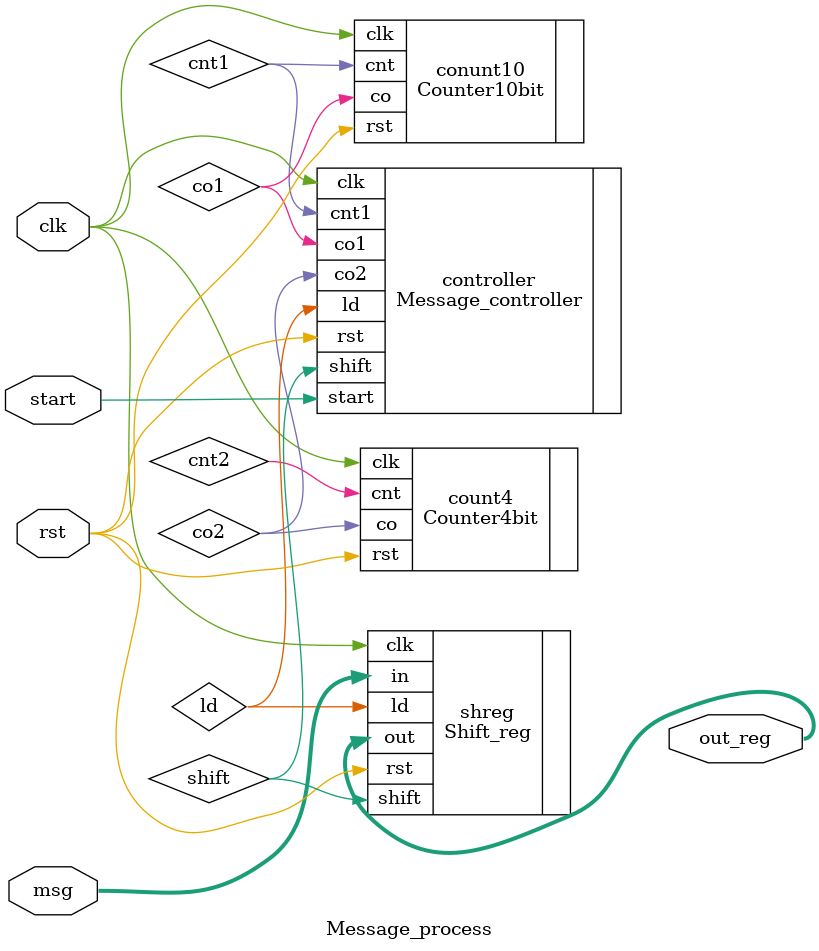
<source format=v>
module Message_process (
    input clk,
    input rst,
    input [5:0] msg,
    input start,
    output reg [7:0] out_reg,
);

    wire co1, co2;

    Message_controller controller(
        .clk(clk), 
        .rst(rst),
        .start(start),
        .co1(co1),
        .co2(co2),
        .ld(ld),
        .cnt1(cnt1),
        .shift(shift)
    );


    Counter10bit conunt10(
        .clk(clk),
        .rst(rst),
        .cnt(cnt1),
        .co(co1)
    );
    Counter4bit count4(
        .clk(clk),
        .rst(rst),
        .cnt(cnt2),
        .co(co2)
    );

    Shift_reg shreg(
        .clk(clk),
        .rst(rst),
        .in(msg),
        .shift(shift),
        .ld(ld),
        .out(out_reg)
    );



endmodule
</source>
